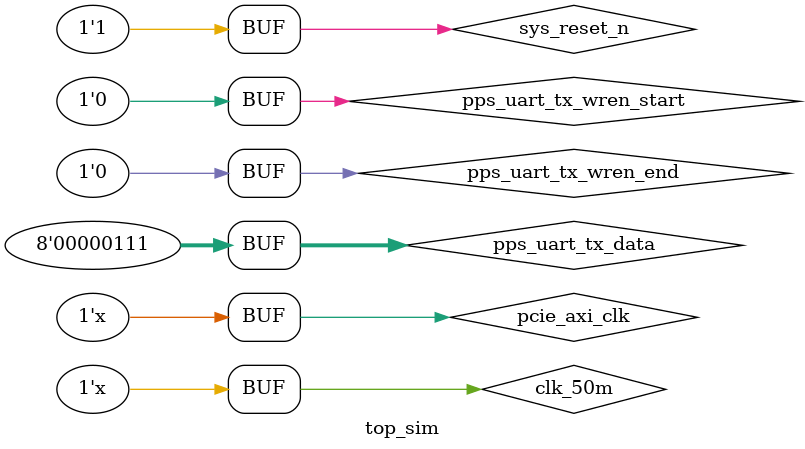
<source format=v>
`timescale 1ns / 1ps


module top_sim(

    );

reg                                     pcie_axi_clk               ;
reg                                     clk_50m                    ;
reg                                     sys_reset_n                ;
wire                                    GNSS_RXD_1V8               ;
reg                                     pps_uart_tx_wren_start     ;
reg                                     pps_uart_tx_wren_end       ;
reg                    [   7:0]         pps_uart_tx_data           ;

initial begin
    pcie_axi_clk=0;
    clk_50m=0;
    sys_reset_n=0;
    pps_uart_tx_wren_start = 0;
    pps_uart_tx_wren_end = 0;
    pps_uart_tx_data=1;
    #50
    sys_reset_n = 1;
    #200
    pps_uart_tx_wren_start = 1;
    pps_uart_tx_data =2;
    #4
    pps_uart_tx_data = 3;
    pps_uart_tx_wren_start = 0;
    #4
    pps_uart_tx_data = 4;
    #4
    pps_uart_tx_data = 5;
    #4
    pps_uart_tx_data = 6;
    #4
    pps_uart_tx_data = 7;
    pps_uart_tx_wren_end = 1;
    #4
    pps_uart_tx_wren_end =0;
end


cl2304_uart_warpper   #(
    .UART_NUM                          (1                         ) 
) cl2304_uart_warpper_pps(
    .pcie_axi_clk                      (pcie_axi_clk              ),
    .clk_50m                           (clk_50m                   ),
    .sys_reset_n                       (sys_reset_n               ),

    .uart_tx_wren_start                (pps_uart_tx_wren_start    ),
    .uart_tx_wren_end                  (pps_uart_tx_wren_end      ),
    .uart_tx_data                      (pps_uart_tx_data          ),
    .fifo_uart_tx_prog_full            (                          ),
    
    .uart_bps                          ('h01b2                    ),//²¨ÌØÂÊ
    //    ²¨ÌØÂÊ     1200      2400	      4800	    9600       19200      38400	        57600      115200   230400	  460800	921600
    //    ÉèÖµ      0xa2c2    0x5160	     0x28B0	   0x1458      0x0a2c     0x0516	   0x0364      0x01b2   0xD9      0x6C	    0x36	  
    .uart_data_bit                     (8                         ),//Êý¾ÝÎ»
    .uart_stop_bit                     (2                         ),//Ð£ÑéÎ»£º0£¬1£¬2£¬3·Ö±ð´ú±íÎÞÐ£Ñé£¬ÆæÐ£Ñé£¬Å¼Ð£Ñé£¬ÎÞÐ£Ñé
    .uart_parity_bit                   (2                         ),//Í£Ö¹Î»£º0£¬1£¬2£¬3·Ö±ð´ú±í1£¬1.5£¬2£¬1µÄÍ£Ö¹Î»

    .fifo_uart_rx_empty                (                          ),
    .uart_rx_data                      (                          ),

    .tx_o                              (GNSS_RXD_1V8              ),
    .rx_i                              (GNSS_RXD_1V8              ) 
);

always #2 pcie_axi_clk = ~pcie_axi_clk;
always #10 clk_50m = ~clk_50m;
endmodule

</source>
